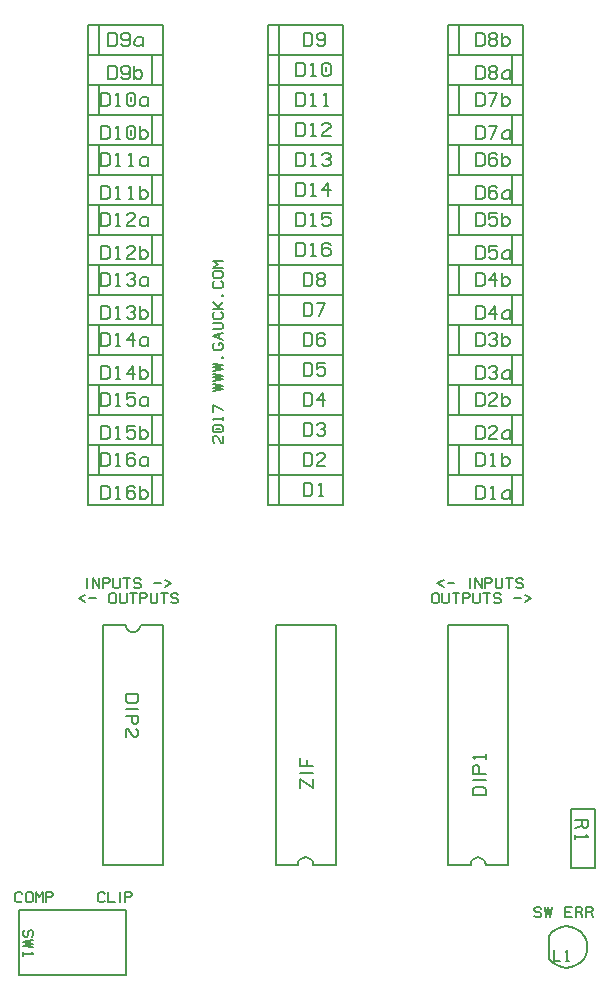
<source format=gto>
%FSTAX24Y24*%
%MOIN*%
%IN ucard16.gto *%
%ADD10C,0.0050*%
%ADD11C,0.0057*%
%ADD12C,0.0071*%
%ADD13C,0.0080*%
D13*X010232Y020105D02*G01X011232D01*Y021105D01*X008732D01*Y020105D01*
X010232D01*X009107Y021105D02*Y020105D01*X015732Y025105D02*X014732D01*
Y024105D01*X017232D01*Y025105D01*X015732D01*X016857Y024105D02*
Y025105D01*X010232Y031105D02*X011232D01*Y032105D01*X008732D01*
Y031105D01*X010232D01*X009107Y032105D02*Y031105D01*X016232Y017105D02*
X017232D01*Y018105D01*X014732D01*Y017105D01*X016232D01*
X015107Y018105D02*Y017105D01*X015732Y023105D02*X014732D01*Y022105D01*
X017232D01*Y023105D01*X015732D01*X016857Y022105D02*Y023105D01*
X015732Y017105D02*X014732D01*Y016105D01*X017232D01*Y017105D01*
X015732D01*X016857Y016105D02*Y017105D01*X003732Y019105D02*X002732D01*
Y018105D01*X005232D01*Y019105D01*X003732D01*X004857Y018105D02*
Y019105D01*X003732Y021105D02*X002732D01*Y020105D01*X005232D01*
Y021105D01*X003732D01*X004857Y020105D02*Y021105D01*D10*
X010232Y004105D02*X010982D01*Y012105D01*X008982D01*Y004105D01*
X009732D01*X009744Y004182D01*X00978Y004252D01*X009835Y004307D01*
X009905Y004343D01*X009982Y004355D01*X010059Y004343D01*
X010129Y004307D01*X010184Y004252D01*X01022Y004182D01*X010232Y004105D01*
D13*X003732Y017105D02*X002732D01*Y016105D01*X005232D01*Y017105D01*
X003732D01*X004857Y016105D02*Y017105D01*X010232Y024105D02*X011232D01*
Y025105D01*X008732D01*Y024105D01*X010232D01*X009107Y025105D02*
Y024105D01*X010232Y021105D02*X011232D01*Y022105D01*X008732D01*
Y021105D01*X010232D01*X009107Y022105D02*Y021105D01*D11*
X003289Y003141D02*X003232Y003198D01*X003118D01*X00306Y003141D01*
Y002912D01*X003118Y002855D01*X003232D01*X003289Y002912D01*
X003403Y003198D02*Y002855D01*X003632D01*X003803D02*Y003198D01*
X003975Y002855D02*Y003198D01*X004146D01*X004203Y003141D01*Y003084D01*
X004146Y003027D01*X003975D01*X014603Y013377D02*X014375Y013491D01*
X014603Y013605D01*X014718Y013491D02*X014946D01*X01546Y013319D02*
Y013662D01*X015632Y013319D02*Y013662D01*X01586Y013319D01*Y013662D01*
X015975Y013319D02*Y013662D01*X016146D01*X016203Y013605D01*Y013548D01*
X016146Y013491D01*X015975D01*X016318Y013662D02*Y013377D01*
X016375Y013319D01*X016489D01*X016546Y013377D01*Y013662D01*
X016775Y013319D02*Y013662D01*X016889D01*X016775D02*X01666D01*
X017232Y013605D02*X017175Y013662D01*X01706D01*X017003Y013605D01*
Y013548D01*X01706Y013491D01*X017175D01*X017232Y013434D01*Y013377D01*
X017175Y013319D01*X01706D01*X017003Y013377D01*X002646Y012877D02*
X002418Y012991D01*X002646Y013105D01*X00276Y012991D02*X002989D01*
X003675Y013105D02*X003618Y013162D01*X003503D01*X003446Y013105D01*
Y012877D01*X003503Y012819D01*X003618D01*X003675Y012877D01*Y013105D01*
X003789Y013162D02*Y012877D01*X003846Y012819D01*X00396D01*
X004018Y012877D01*Y013162D01*X004246Y012819D02*Y013162D01*X00436D01*
X004246D02*X004132D01*X004475Y012819D02*Y013162D01*X004646D01*
X004703Y013105D01*Y013048D01*X004646Y012991D01*X004475D01*
X004818Y013162D02*Y012877D01*X004875Y012819D01*X004989D01*
X005046Y012877D01*Y013162D01*X005275Y012819D02*Y013162D01*X005389D01*
X005275D02*X00516D01*X005732Y013105D02*X005675Y013162D01*X00556D01*
X005503Y013105D01*Y013048D01*X00556Y012991D01*X005675D01*
X005732Y012934D01*Y012877D01*X005675Y012819D01*X00556D01*
X005503Y012877D01*X014425Y013105D02*X014368Y013162D01*X014253D01*
X014196Y013105D01*Y012877D01*X014253Y012819D01*X014368D01*
X014425Y012877D01*Y013105D01*X014539Y013162D02*Y012877D01*
X014596Y012819D01*X01471D01*X014768Y012877D01*Y013162D01*
X014996Y012819D02*Y013162D01*X01511D01*X014996D02*X014882D01*
X015225Y012819D02*Y013162D01*X015396D01*X015453Y013105D01*Y013048D01*
X015396Y012991D01*X015225D01*X015568Y013162D02*Y012877D01*
X015625Y012819D01*X015739D01*X015796Y012877D01*Y013162D01*
X016025Y012819D02*Y013162D01*X016139D01*X016025D02*X01591D01*
X016482Y013105D02*X016425Y013162D01*X01631D01*X016253Y013105D01*
Y013048D01*X01631Y012991D01*X016425D01*X016482Y012934D01*Y012877D01*
X016425Y012819D01*X01631D01*X016253Y012877D01*X016939Y012991D02*
X017168D01*X017282Y012877D02*X01751Y012991D01*X017282Y013105D01*
X00271Y013319D02*Y013662D01*X002882Y013319D02*Y013662D01*
X00311Y013319D01*Y013662D01*X003225Y013319D02*Y013662D01*X003396D01*
X003453Y013605D01*Y013548D01*X003396Y013491D01*X003225D01*
X003568Y013662D02*Y013377D01*X003625Y013319D01*X003739D01*
X003796Y013377D01*Y013662D01*X004025Y013319D02*Y013662D01*X004139D01*
X004025D02*X00391D01*X004482Y013605D02*X004425Y013662D01*X00431D01*
X004253Y013605D01*Y013548D01*X00431Y013491D01*X004425D01*
X004482Y013434D01*Y013377D01*X004425Y013319D01*X00431D01*
X004253Y013377D01*X004939Y013491D02*X005168D01*X005282Y013377D02*
X00551Y013491D01*X005282Y013605D01*X017839Y002641D02*X017782Y002698D01*
X017668D01*X01761Y002641D01*Y002584D01*X017668Y002527D01*X017782D01*
X017839Y002469D01*Y002412D01*X017782Y002355D01*X017668D01*
X01761Y002412D01*X017953Y002698D02*X01801Y002355D01*X018068Y002698D01*
X018125Y002355D01*X018182Y002698D01*X018868D02*X018639D01*Y002527D01*
Y002355D01*X018868D01*X018639Y002527D02*X01881D01*X018982Y002355D02*
Y002698D01*X019153D01*X01921Y002641D01*Y002584D01*X019153Y002527D01*
X01921Y002355D01*X019153Y002527D02*X018982D01*X019325Y002355D02*
Y002698D01*X019496D01*X019553Y002641D01*Y002584D01*X019496Y002527D01*
X019553Y002355D01*X019496Y002527D02*X019325D01*X000539Y003141D02*
X000482Y003198D01*X000368D01*X00031Y003141D01*Y002912D01*
X000368Y002855D01*X000482D01*X000539Y002912D01*X000882Y003141D02*
X000825Y003198D01*X00071D01*X000653Y003141D01*Y002912D01*
X00071Y002855D01*X000825D01*X000882Y002912D01*Y003141D01*
X000996Y002855D02*Y003198D01*X00111Y003027D01*X001225Y003198D01*
Y002855D01*X001339D02*Y003198D01*X00151D01*X001568Y003141D01*
Y003084D01*X00151Y003027D01*X001339D01*X006946Y018177D02*
X006889Y018234D01*Y018348D01*X006946Y018405D01*X007003D01*
X00706Y018348D01*X007175Y018177D01*X007232D01*Y018405D01*
X006946Y018748D02*X006889Y018691D01*Y018577D01*X006946Y018519D01*
X007175D01*X007232Y018577D01*Y018691D01*X007175Y018748D01*X006946D01*
X007003Y018634D02*X007118D01*X006946Y018919D02*X006889Y018977D01*
X007232D01*Y019034D01*Y018977D02*Y018919D01*X006889Y019205D02*
Y019434D01*X007232Y019262D01*X006889Y019891D02*X007232Y019948D01*
X006889Y020005D01*X007232Y020062D01*X006889Y020119D01*Y020234D02*
X007232Y020291D01*X006889Y020348D01*X007232Y020405D01*
X006889Y020462D01*Y020577D02*X007232Y020634D01*X006889Y020691D01*
X007232Y020748D01*X006889Y020805D01*X007232Y021005D02*Y021034D01*
X007203D01*Y021005D01*X007232D01*X006946Y021491D02*X006889Y021434D01*
Y021319D01*X006946Y021262D01*X007175D01*X007232Y021319D01*Y021434D01*
X007175Y021491D01*X007089D01*Y021434D01*X007232Y021605D02*
X006889Y021719D01*X007103Y021791D01*X007232Y021834D01*
X007103Y021791D02*Y021648D01*X006889Y021948D02*X007175D01*
X007232Y022005D01*Y022119D01*X007175Y022177D01*X006889D01*
X006946Y022519D02*X006889Y022462D01*Y022348D01*X006946Y022291D01*
X007175D01*X007232Y022348D01*Y022462D01*X007175Y022519D01*
X006889Y022634D02*X007118D01*X007232D01*X007118D02*X00706Y022691D01*
X007232Y022862D01*X00706Y022691D02*X006889Y022862D01*X007232Y023062D02*
Y023091D01*X007203D01*Y023062D01*X007232D01*X006946Y023548D02*
X006889Y023491D01*Y023377D01*X006946Y023319D01*X007175D01*
X007232Y023377D01*Y023491D01*X007175Y023548D01*X006946Y023891D02*
X006889Y023834D01*Y023719D01*X006946Y023662D01*X007175D01*
X007232Y023719D01*Y023834D01*X007175Y023891D01*X006946D01*
X007232Y024005D02*X006889D01*X00706Y024119D01*X006889Y024234D01*
X007232D01*D10*X01868Y000674D02*X018546Y000687D01*X018416Y000726D01*
X018297Y00079D01*X018193Y000876D01*X018107Y00098D01*Y001746D01*
X018193Y00185D01*X018297Y001936D01*X018416Y001999D01*X018546Y002039D01*
X01868Y002052D01*X018814Y002039D01*X018944Y001999D01*X019063Y001936D01*
X019167Y00185D01*X019253Y001746D01*X019316Y001626D01*X019356Y001497D01*
X019369Y001363D01*X019356Y001228D01*X019316Y001099D01*X019253Y00098D01*
X019167Y000876D01*X019063Y00079D01*X018944Y000726D01*X018814Y000687D01*
X01868Y000674D01*X015982Y004105D02*X016732D01*Y012105D01*X014732D01*
Y004105D01*X015482D01*X015494Y004182D01*X01553Y004252D01*
X015585Y004307D01*X015655Y004343D01*X015732Y004355D01*
X015809Y004343D01*X015879Y004307D01*X015934Y004252D01*X01597Y004182D01*
X015982Y004105D01*X003982Y012105D02*X003232D01*Y004105D01*X005232D01*
Y012105D01*X004482D01*X00447Y012028D01*X004434Y011958D01*
X004379Y011903D01*X004309Y011867D01*X004232Y011855D01*
X004155Y011867D01*X004085Y011903D01*X00403Y011958D01*X003994Y012028D01*
X003982Y012105D01*D13*X015732Y029105D02*X014732D01*Y028105D01*
X017232D01*Y029105D01*X015732D01*X016857Y028105D02*Y029105D01*
X010232Y022105D02*X011232D01*Y023105D01*X008732D01*Y022105D01*
X010232D01*X009107Y023105D02*Y022105D01*X004232Y023105D02*X005232D01*
Y024105D01*X002732D01*Y023105D01*X004232D01*X003107Y024105D02*
Y023105D01*X010232Y029105D02*X011232D01*Y030105D01*X008732D01*
Y029105D01*X010232D01*X009107Y030105D02*Y029105D01*X004232Y027105D02*
X005232D01*Y028105D01*X002732D01*Y027105D01*X004232D01*
X003107Y028105D02*Y027105D01*X003732D02*X002732D01*Y026105D01*
X005232D01*Y027105D01*X003732D01*X004857Y026105D02*Y027105D01*D10*
X019622Y005062D02*X019626Y005961D01*X018842D01*Y003989D01*X019622D01*
Y005062D01*D13*X016232Y031105D02*X017232D01*Y032105D01*X014732D01*
Y031105D01*X016232D01*X015107Y032105D02*Y031105D01*X015732Y027105D02*
X014732D01*Y026105D01*X017232D01*Y027105D01*X015732D01*
X016857Y026105D02*Y027105D01*X004232Y031105D02*X005232D01*Y032105D01*
X002732D01*Y031105D01*X004232D01*X003107Y032105D02*Y031105D01*
X016232Y019105D02*X017232D01*Y020105D01*X014732D01*Y019105D01*
X016232D01*X015107Y020105D02*Y019105D01*X010232Y027105D02*X011232D01*
Y028105D01*X008732D01*Y027105D01*X010232D01*X009107Y028105D02*
Y027105D01*X015732Y019105D02*X014732D01*Y018105D01*X017232D01*
Y019105D01*X015732D01*X016857Y018105D02*Y019105D01*X010232Y025105D02*
X011232D01*Y026105D01*X008732D01*Y025105D01*X010232D01*
X009107Y026105D02*Y025105D01*X016232Y023105D02*X017232D01*Y024105D01*
X014732D01*Y023105D01*X016232D01*X015107Y024105D02*Y023105D01*
X010232Y019105D02*X011232D01*Y020105D01*X008732D01*Y019105D01*
X010232D01*X009107Y020105D02*Y019105D01*X004232Y017105D02*X005232D01*
Y018105D01*X002732D01*Y017105D01*X004232D01*X003107Y018105D02*
Y017105D01*X004232Y019105D02*X005232D01*Y020105D01*X002732D01*
Y019105D01*X004232D01*X003107Y020105D02*Y019105D01*X016232Y027105D02*
X017232D01*Y028105D01*X014732D01*Y027105D01*X016232D01*
X015107Y028105D02*Y027105D01*X003732Y023105D02*X002732D01*Y022105D01*
X005232D01*Y023105D01*X003732D01*X004857Y022105D02*Y023105D01*
X016232Y021105D02*X017232D01*Y022105D01*X014732D01*Y021105D01*
X016232D01*X015107Y022105D02*Y021105D01*X015732D02*X014732D01*
Y020105D01*X017232D01*Y021105D01*X015732D01*X016857Y020105D02*
Y021105D01*X003732Y029105D02*X002732D01*Y028105D01*X005232D01*
Y029105D01*X003732D01*X004857Y028105D02*Y029105D01*X015732Y031105D02*
X014732D01*Y030105D01*X017232D01*Y031105D01*X015732D01*
X016857Y030105D02*Y031105D01*X010232Y030105D02*X011232D01*Y031105D01*
X008732D01*Y030105D01*X010232D01*X009107Y031105D02*Y030105D01*
X010232Y028105D02*X011232D01*Y029105D01*X008732D01*Y028105D01*
X010232D01*X009107Y029105D02*Y028105D01*X010232Y023105D02*X011232D01*
Y024105D01*X008732D01*Y023105D01*X010232D01*X009107Y024105D02*
Y023105D01*X010232Y016105D02*X011232D01*Y017105D01*X008732D01*
Y016105D01*X010232D01*X009107Y017105D02*Y016105D01*X003732Y025105D02*
X002732D01*Y024105D01*X005232D01*Y025105D01*X003732D01*
X004857Y024105D02*Y025105D01*X016232Y029105D02*X017232D01*Y030105D01*
X014732D01*Y029105D01*X016232D01*X015107Y030105D02*Y029105D01*
X016232Y025105D02*X017232D01*Y026105D01*X014732D01*Y025105D01*
X016232D01*X015107Y026105D02*Y025105D01*X003732Y031105D02*X002732D01*
Y030105D01*X005232D01*Y031105D01*X003732D01*X004857Y030105D02*
Y031105D01*X010232Y017105D02*X011232D01*Y018105D01*X008732D01*
Y017105D01*X010232D01*X009107Y018105D02*Y017105D01*X004232Y029105D02*
X005232D01*Y030105D01*X002732D01*Y029105D01*X004232D01*
X003107Y030105D02*Y029105D01*X004232Y021105D02*X005232D01*Y022105D01*
X002732D01*Y021105D01*X004232D01*X003107Y022105D02*Y021105D01*
X010232Y018105D02*X011232D01*Y019105D01*X008732D01*Y018105D01*
X010232D01*X009107Y019105D02*Y018105D01*D10*X002216Y002581D02*
X000444D01*Y000416D01*X003988D01*Y002581D01*X002216D01*D13*
X004232Y025105D02*X005232D01*Y026105D01*X002732D01*Y025105D01*
X004232D01*X003107Y026105D02*Y025105D01*X010232Y026105D02*X011232D01*
Y027105D01*X008732D01*Y026105D01*X010232D01*X009107Y027105D02*
Y026105D01*D12*X010211Y020766D02*X01014Y020837D01*X009926D01*
Y020409D01*X01014D01*X010211Y02048D01*Y020766D01*X01064Y020837D02*
X010354D01*Y020623D01*X010426Y020694D01*X010569D01*X01064Y020623D01*
Y02048D01*X010569Y020409D01*X010426D01*X010354Y02048D01*
X015949Y024659D02*X015878Y02473D01*X015663D01*Y024301D01*X015878D01*
X015949Y024373D01*Y024659D01*X016378Y02473D02*X016092D01*Y024516D01*
X016163Y024587D01*X016306D01*X016378Y024516D01*Y024373D01*
X016306Y024301D01*X016163D01*X016092Y024373D01*X016806Y024301D02*
Y024587D01*X01652Y024394D02*X016545Y024484D01*X016585Y024544D01*
X016635Y024576D01*X01667Y024587D01*X016699D01*X016749D01*
X016806Y024559D01*X01652Y024391D02*Y024369D01*X016524Y024355D01*
X016535Y024337D01*X01656Y024323D01*X01661Y024301D01*X016688D01*
X016763Y024334D01*X016806Y024373D01*X010211Y031766D02*X01014Y031837D01*
X009926D01*Y031409D01*X01014D01*X010211Y03148D01*Y031766D01*
X010354Y03148D02*X010426Y031409D01*X010569D01*X01064Y03148D01*
Y031766D01*X010569Y031837D01*X010426D01*X010354Y031766D01*Y031659D01*
X010426Y031587D01*X010569D01*X01064Y031659D01*X015949Y017766D02*
X015878Y017837D01*X015663D01*Y017409D01*X015878D01*X015949Y01748D01*
Y017766D01*X016163D02*X016235Y017837D01*Y017409D01*X016306D01*
X016235D02*X016163D01*X01652Y017837D02*Y017409D01*Y017498D02*
X01661Y017409D01*X016699D01*X016788Y017498D01*Y017605D01*
X016699Y017694D01*X01661D01*X01652Y017623D01*X015949Y022659D02*
X015878Y02273D01*X015663D01*Y022301D01*X015878D01*X015949Y022373D01*
Y022659D01*X016306Y022301D02*Y02273D01*X016092Y02248D01*X016378D01*
X016806Y022301D02*Y022587D01*X01652Y022394D02*X016545Y022484D01*
X016585Y022544D01*X016635Y022576D01*X01667Y022587D01*X016699D01*
X016749D01*X016806Y022559D01*X01652Y022391D02*Y022369D01*
X016524Y022355D01*X016535Y022337D01*X01656Y022323D01*X01661Y022301D01*
X016688D01*X016763Y022334D01*X016806Y022373D01*X015949Y016659D02*
X015878Y01673D01*X015663D01*Y016301D01*X015878D01*X015949Y016373D01*
Y016659D01*X016163D02*X016235Y01673D01*Y016301D01*X016306D01*
X016235D02*X016163D01*X016806D02*Y016587D01*X01652Y016394D02*
X016545Y016484D01*X016585Y016544D01*X016635Y016576D01*X01667Y016587D01*
X016699D01*X016749D01*X016806Y016559D01*X01652Y016391D02*Y016369D01*
X016524Y016355D01*X016535Y016337D01*X01656Y016323D01*X01661Y016301D01*
X016688D01*X016763Y016334D01*X016806Y016373D01*X003449Y018659D02*
X003378Y01873D01*X003163D01*Y018301D01*X003378D01*X003449Y018373D01*
Y018659D01*X003663D02*X003735Y01873D01*Y018301D01*X003806D01*
X003735D02*X003663D01*X004306Y01873D02*X00402D01*Y018516D01*
X004092Y018587D01*X004235D01*X004306Y018516D01*Y018373D01*
X004235Y018301D01*X004092D01*X00402Y018373D01*X004449Y01873D02*
Y018301D01*Y018391D02*X004538Y018301D01*X004628D01*X004717Y018391D01*
Y018498D01*X004628Y018587D01*X004538D01*X004449Y018516D01*
X003449Y020659D02*X003378Y02073D01*X003163D01*Y020301D01*X003378D01*
X003449Y020373D01*Y020659D01*X003663D02*X003735Y02073D01*Y020301D01*
X003806D01*X003735D02*X003663D01*X004235D02*Y02073D01*X00402Y02048D01*
X004306D01*X004449Y02073D02*Y020301D01*Y020391D02*X004538Y020301D01*
X004628D01*X004717Y020391D01*Y020498D01*X004628Y020587D01*X004538D01*
X004449Y020516D01*X009803Y006677D02*Y006962D01*X010232Y006677D01*
Y006962D01*Y007177D02*X009803D01*Y007677D02*Y007391D01*X010018D01*
X010232D01*X010018D02*Y007605D01*X003449Y016659D02*X003378Y01673D01*
X003163D01*Y016301D01*X003378D01*X003449Y016373D01*Y016659D01*
X003663D02*X003735Y01673D01*Y016301D01*X003806D01*X003735D02*
X003663D01*X004306Y016659D02*X004235Y01673D01*X004092D01*
X00402Y016659D01*Y016373D01*X004092Y016301D01*X004235D01*
X004306Y016373D01*Y01648D01*X004235Y016551D01*X004092D01*
X00402Y01648D01*X004449Y01673D02*Y016301D01*Y016391D02*
X004538Y016301D01*X004628D01*X004717Y016391D01*Y016498D01*
X004628Y016587D01*X004538D01*X004449Y016516D01*X009961Y024766D02*
X00989Y024837D01*X009676D01*Y024409D01*X00989D01*X009961Y02448D01*
Y024766D01*X010176D02*X010247Y024837D01*Y024409D01*X010319D01*
X010247D02*X010176D01*X010819Y024766D02*X010747Y024837D01*X010604D01*
X010533Y024766D01*Y02448D01*X010604Y024409D01*X010747D01*
X010819Y02448D01*Y024587D01*X010747Y024659D01*X010604D01*
X010533Y024587D01*X010211Y021766D02*X01014Y021837D01*X009926D01*
Y021409D01*X01014D01*X010211Y02148D01*Y021766D01*X01064D02*
X010569Y021837D01*X010426D01*X010354Y021766D01*Y02148D01*
X010426Y021409D01*X010569D01*X01064Y02148D01*Y021587D01*
X010569Y021659D01*X010426D01*X010354Y021587D01*D11*X018248Y001254D02*
Y000911D01*X018477D01*X018648Y001197D02*X018705Y001254D01*Y000911D01*
X018763D01*X018705D02*X018648D01*D12*X015625Y006712D02*
X015553Y006641D01*Y006427D01*X015982D01*Y006641D01*X01591Y006712D01*
X015625D01*X015982Y006927D02*X015553D01*X015982Y007141D02*X015553D01*
Y007355D01*X015625Y007427D01*X015696D01*X015768Y007355D01*Y007141D01*
X015625Y007641D02*X015553Y007712D01*X015982D01*Y007784D01*Y007712D02*
Y007641D01*X004339Y009498D02*X00441Y009569D01*Y009784D01*X003982D01*
Y009569D01*X004053Y009498D01*X004339D01*X003982Y009284D02*X00441D01*
X003982Y009069D02*X00441D01*Y008855D01*X004339Y008784D01*X004268D01*
X004196Y008855D01*Y009069D01*X004339Y008641D02*X00441Y008569D01*
Y008427D01*X004339Y008355D01*X004268D01*X004196Y008427D01*
X004053Y008641D01*X003982D01*Y008355D01*X015949Y028659D02*
X015878Y02873D01*X015663D01*Y028301D01*X015878D01*X015949Y028373D01*
Y028659D01*X016092Y02873D02*X016378D01*X016163Y028301D01*X016806D02*
Y028587D01*X01652Y028394D02*X016545Y028484D01*X016585Y028544D01*
X016635Y028576D01*X01667Y028587D01*X016699D01*X016749D01*
X016806Y028559D01*X01652Y028391D02*Y028369D01*X016524Y028355D01*
X016535Y028337D01*X01656Y028323D01*X01661Y028301D01*X016688D01*
X016763Y028334D01*X016806Y028373D01*X010211Y022766D02*X01014Y022837D01*
X009926D01*Y022409D01*X01014D01*X010211Y02248D01*Y022766D01*
X010354Y022837D02*X01064D01*X010426Y022409D01*X003449Y023766D02*
X003378Y023837D01*X003163D01*Y023409D01*X003378D01*X003449Y02348D01*
Y023766D01*X003663D02*X003735Y023837D01*Y023409D01*X003806D01*
X003735D02*X003663D01*X00402Y023766D02*X004092Y023837D01*X004235D01*
X004306Y023766D01*Y023694D01*X004235Y023623D01*X004306Y023552D01*
Y02348D01*X004235Y023409D01*X004092D01*X00402Y02348D01*
X004235Y023623D02*X004163D01*X004735Y023409D02*Y023694D01*
X004449Y023502D02*X004474Y023591D01*X004513Y023652D01*
X004563Y023684D01*X004599Y023694D01*X004628D01*X004678D01*
X004735Y023666D01*X004449Y023498D02*Y023477D01*X004453Y023462D01*
X004463Y023444D01*X004488Y02343D01*X004538Y023409D01*X004617D01*
X004692Y023441D01*X004735Y02348D01*X009961Y029766D02*X00989Y029837D01*
X009676D01*Y029409D01*X00989D01*X009961Y02948D01*Y029766D01*X010176D02*
X010247Y029837D01*Y029409D01*X010319D01*X010247D02*X010176D01*
X010604Y029766D02*X010676Y029837D01*Y029409D01*X010747D01*X010676D02*
X010604D01*X003449Y027766D02*X003378Y027837D01*X003163D01*Y027409D01*
X003378D01*X003449Y02748D01*Y027766D01*X003663D02*X003735Y027837D01*
Y027409D01*X003806D01*X003735D02*X003663D01*X004092Y027766D02*
X004163Y027837D01*Y027409D01*X004235D01*X004163D02*X004092D01*
X004735D02*Y027694D01*X004449Y027502D02*X004474Y027591D01*
X004513Y027652D01*X004563Y027684D01*X004599Y027694D01*X004628D01*
X004678D01*X004735Y027666D01*X004449Y027498D02*Y027477D01*
X004453Y027462D01*X004463Y027444D01*X004488Y02743D01*X004538Y027409D01*
X004617D01*X004692Y027441D01*X004735Y02748D01*X003449Y026659D02*
X003378Y02673D01*X003163D01*Y026301D01*X003378D01*X003449Y026373D01*
Y026659D01*X003663D02*X003735Y02673D01*Y026301D01*X003806D01*
X003735D02*X003663D01*X004092Y026659D02*X004163Y02673D01*Y026301D01*
X004235D01*X004163D02*X004092D01*X004449Y02673D02*Y026301D01*
Y026391D02*X004538Y026301D01*X004628D01*X004717Y026391D01*Y026498D01*
X004628Y026587D01*X004538D01*X004449Y026516D01*X018975Y00561D02*
X019403D01*Y005396D01*X019332Y005325D01*X019261D01*X019189Y005396D01*
X018975Y005325D01*X019189Y005396D02*Y00561D01*X019332Y00511D02*
X019403Y005039D01*X018975D01*Y004968D01*Y005039D02*Y00511D01*
X015949Y031766D02*X015878Y031837D01*X015663D01*Y031409D01*X015878D01*
X015949Y03148D01*Y031766D01*X016306Y031623D02*X016378Y031694D01*
Y031766D01*X016306Y031837D01*X016163D01*X016092Y031766D01*Y031694D01*
X016163Y031623D01*X016306D01*X016378Y031552D01*Y03148D01*
X016306Y031409D01*X016163D01*X016092Y03148D01*Y031552D01*
X016163Y031623D01*X01652Y031837D02*Y031409D01*Y031498D02*
X01661Y031409D01*X016699D01*X016788Y031498D01*Y031605D01*
X016699Y031694D01*X01661D01*X01652Y031623D01*X015949Y026659D02*
X015878Y02673D01*X015663D01*Y026301D01*X015878D01*X015949Y026373D01*
Y026659D01*X016378D02*X016306Y02673D01*X016163D01*X016092Y026659D01*
Y026373D01*X016163Y026301D01*X016306D01*X016378Y026373D01*Y02648D01*
X016306Y026551D01*X016163D01*X016092Y02648D01*X016806Y026301D02*
Y026587D01*X01652Y026394D02*X016545Y026484D01*X016585Y026544D01*
X016635Y026576D01*X01667Y026587D01*X016699D01*X016749D01*
X016806Y026559D01*X01652Y026391D02*Y026369D01*X016524Y026355D01*
X016535Y026337D01*X01656Y026323D01*X01661Y026301D01*X016688D01*
X016763Y026334D01*X016806Y026373D01*X003699Y031766D02*
X003628Y031837D01*X003413D01*Y031409D01*X003628D01*X003699Y03148D01*
Y031766D01*X003842Y03148D02*X003913Y031409D01*X004056D01*
X004128Y03148D01*Y031766D01*X004056Y031837D01*X003913D01*
X003842Y031766D01*Y031659D01*X003913Y031587D01*X004056D01*
X004128Y031659D01*X004556Y031409D02*Y031694D01*X00427Y031502D02*
X004295Y031591D01*X004335Y031652D01*X004385Y031684D01*X00442Y031694D01*
X004449D01*X004499D01*X004556Y031666D01*X00427Y031498D02*Y031477D01*
X004274Y031462D01*X004285Y031444D01*X00431Y03143D01*X00436Y031409D01*
X004438D01*X004513Y031441D01*X004556Y03148D01*X015949Y019766D02*
X015878Y019837D01*X015663D01*Y019409D01*X015878D01*X015949Y01948D01*
Y019766D01*X016092D02*X016163Y019837D01*X016306D01*X016378Y019766D01*
Y019694D01*X016306Y019623D01*X016092Y01948D01*Y019409D01*X016378D01*
X01652Y019837D02*Y019409D01*Y019498D02*X01661Y019409D01*X016699D01*
X016788Y019498D01*Y019605D01*X016699Y019694D01*X01661D01*
X01652Y019623D01*X009961Y027766D02*X00989Y027837D01*X009676D01*
Y027409D01*X00989D01*X009961Y02748D01*Y027766D01*X010176D02*
X010247Y027837D01*Y027409D01*X010319D01*X010247D02*X010176D01*
X010533Y027766D02*X010604Y027837D01*X010747D01*X010819Y027766D01*
Y027694D01*X010747Y027623D01*X010819Y027552D01*Y02748D01*
X010747Y027409D01*X010604D01*X010533Y02748D01*X010747Y027623D02*
X010676D01*X015949Y018659D02*X015878Y01873D01*X015663D01*Y018301D01*
X015878D01*X015949Y018373D01*Y018659D01*X016092D02*X016163Y01873D01*
X016306D01*X016378Y018659D01*Y018587D01*X016306Y018516D01*
X016092Y018373D01*Y018301D01*X016378D01*X016806D02*Y018587D01*
X01652Y018394D02*X016545Y018484D01*X016585Y018544D01*X016635Y018576D01*
X01667Y018587D01*X016699D01*X016749D01*X016806Y018559D01*
X01652Y018391D02*Y018369D01*X016524Y018355D01*X016535Y018337D01*
X01656Y018323D01*X01661Y018301D01*X016688D01*X016763Y018334D01*
X016806Y018373D01*X009961Y025766D02*X00989Y025837D01*X009676D01*
Y025409D01*X00989D01*X009961Y02548D01*Y025766D01*X010176D02*
X010247Y025837D01*Y025409D01*X010319D01*X010247D02*X010176D01*
X010819Y025837D02*X010533D01*Y025623D01*X010604Y025694D01*X010747D01*
X010819Y025623D01*Y02548D01*X010747Y025409D01*X010604D01*
X010533Y02548D01*X015949Y023766D02*X015878Y023837D01*X015663D01*
Y023409D01*X015878D01*X015949Y02348D01*Y023766D01*X016306Y023409D02*
Y023837D01*X016092Y023587D01*X016378D01*X01652Y023837D02*Y023409D01*
Y023498D02*X01661Y023409D01*X016699D01*X016788Y023498D01*Y023605D01*
X016699Y023694D01*X01661D01*X01652Y023623D01*X010211Y019766D02*
X01014Y019837D01*X009926D01*Y019409D01*X01014D01*X010211Y01948D01*
Y019766D01*X010569Y019409D02*Y019837D01*X010354Y019587D01*X01064D01*
X003449Y017766D02*X003378Y017837D01*X003163D01*Y017409D01*X003378D01*
X003449Y01748D01*Y017766D01*X003663D02*X003735Y017837D01*Y017409D01*
X003806D01*X003735D02*X003663D01*X004306Y017766D02*X004235Y017837D01*
X004092D01*X00402Y017766D01*Y01748D01*X004092Y017409D01*X004235D01*
X004306Y01748D01*Y017587D01*X004235Y017659D01*X004092D01*
X00402Y017587D01*X004735Y017409D02*Y017694D01*X004449Y017502D02*
X004474Y017591D01*X004513Y017652D01*X004563Y017684D01*
X004599Y017694D01*X004628D01*X004678D01*X004735Y017666D01*
X004449Y017498D02*Y017477D01*X004453Y017462D01*X004463Y017444D01*
X004488Y01743D01*X004538Y017409D01*X004617D01*X004692Y017441D01*
X004735Y01748D01*X003449Y019766D02*X003378Y019837D01*X003163D01*
Y019409D01*X003378D01*X003449Y01948D01*Y019766D01*X003663D02*
X003735Y019837D01*Y019409D01*X003806D01*X003735D02*X003663D01*
X004306Y019837D02*X00402D01*Y019623D01*X004092Y019694D01*X004235D01*
X004306Y019623D01*Y01948D01*X004235Y019409D01*X004092D01*
X00402Y01948D01*X004735Y019409D02*Y019694D01*X004449Y019502D02*
X004474Y019591D01*X004513Y019652D01*X004563Y019684D01*
X004599Y019694D01*X004628D01*X004678D01*X004735Y019666D01*
X004449Y019498D02*Y019477D01*X004453Y019462D01*X004463Y019444D01*
X004488Y01943D01*X004538Y019409D01*X004617D01*X004692Y019441D01*
X004735Y01948D01*X015949Y027766D02*X015878Y027837D01*X015663D01*
Y027409D01*X015878D01*X015949Y02748D01*Y027766D01*X016378D02*
X016306Y027837D01*X016163D01*X016092Y027766D01*Y02748D01*
X016163Y027409D01*X016306D01*X016378Y02748D01*Y027587D01*
X016306Y027659D01*X016163D01*X016092Y027587D01*X01652Y027837D02*
Y027409D01*Y027498D02*X01661Y027409D01*X016699D01*X016788Y027498D01*
Y027605D01*X016699Y027694D01*X01661D01*X01652Y027623D01*
X003449Y022659D02*X003378Y02273D01*X003163D01*Y022301D01*X003378D01*
X003449Y022373D01*Y022659D01*X003663D02*X003735Y02273D01*Y022301D01*
X003806D01*X003735D02*X003663D01*X00402Y022659D02*X004092Y02273D01*
X004235D01*X004306Y022659D01*Y022587D01*X004235Y022516D01*
X004306Y022444D01*Y022373D01*X004235Y022301D01*X004092D01*
X00402Y022373D01*X004235Y022516D02*X004163D01*X004449Y02273D02*
Y022301D01*Y022391D02*X004538Y022301D01*X004628D01*X004717Y022391D01*
Y022498D01*X004628Y022587D01*X004538D01*X004449Y022516D01*
X015949Y021766D02*X015878Y021837D01*X015663D01*Y021409D01*X015878D01*
X015949Y02148D01*Y021766D01*X016092D02*X016163Y021837D01*X016306D01*
X016378Y021766D01*Y021694D01*X016306Y021623D01*X016378Y021552D01*
Y02148D01*X016306Y021409D01*X016163D01*X016092Y02148D01*
X016306Y021623D02*X016235D01*X01652Y021837D02*Y021409D01*Y021498D02*
X01661Y021409D01*X016699D01*X016788Y021498D01*Y021605D01*
X016699Y021694D01*X01661D01*X01652Y021623D01*X015949Y020659D02*
X015878Y02073D01*X015663D01*Y020301D01*X015878D01*X015949Y020373D01*
Y020659D01*X016092D02*X016163Y02073D01*X016306D01*X016378Y020659D01*
Y020587D01*X016306Y020516D01*X016378Y020444D01*Y020373D01*
X016306Y020301D01*X016163D01*X016092Y020373D01*X016306Y020516D02*
X016235D01*X016806Y020301D02*Y020587D01*X01652Y020394D02*
X016545Y020484D01*X016585Y020544D01*X016635Y020576D01*X01667Y020587D01*
X016699D01*X016749D01*X016806Y020559D01*X01652Y020391D02*Y020369D01*
X016524Y020355D01*X016535Y020337D01*X01656Y020323D01*X01661Y020301D01*
X016688D01*X016763Y020334D01*X016806Y020373D01*X003449Y028659D02*
X003378Y02873D01*X003163D01*Y028301D01*X003378D01*X003449Y028373D01*
Y028659D01*X003663D02*X003735Y02873D01*Y028301D01*X003806D01*
X003735D02*X003663D01*X004306Y028659D02*X004235Y02873D01*X004092D01*
X00402Y028659D01*Y028373D01*X004092Y028301D01*X004235D01*
X004306Y028373D01*Y028659D01*X004163Y028587D02*Y028444D01*
X004449Y02873D02*Y028301D01*Y028391D02*X004538Y028301D01*X004628D01*
X004717Y028391D01*Y028498D01*X004628Y028587D01*X004538D01*
X004449Y028516D01*X015949Y030659D02*X015878Y03073D01*X015663D01*
Y030301D01*X015878D01*X015949Y030373D01*Y030659D01*X016306Y030516D02*
X016378Y030587D01*Y030659D01*X016306Y03073D01*X016163D01*
X016092Y030659D01*Y030587D01*X016163Y030516D01*X016306D01*
X016378Y030444D01*Y030373D01*X016306Y030301D01*X016163D01*
X016092Y030373D01*Y030444D01*X016163Y030516D01*X016806Y030301D02*
Y030587D01*X01652Y030394D02*X016545Y030484D01*X016585Y030544D01*
X016635Y030576D01*X01667Y030587D01*X016699D01*X016749D01*
X016806Y030559D01*X01652Y030391D02*Y030369D01*X016524Y030355D01*
X016535Y030337D01*X01656Y030323D01*X01661Y030301D01*X016688D01*
X016763Y030334D01*X016806Y030373D01*X009961Y030766D02*X00989Y030837D01*
X009676D01*Y030409D01*X00989D01*X009961Y03048D01*Y030766D01*X010176D02*
X010247Y030837D01*Y030409D01*X010319D01*X010247D02*X010176D01*
X010819Y030766D02*X010747Y030837D01*X010604D01*X010533Y030766D01*
Y03048D01*X010604Y030409D01*X010747D01*X010819Y03048D01*Y030766D01*
X010676Y030694D02*Y030552D01*X009961Y028766D02*X00989Y028837D01*
X009676D01*Y028409D01*X00989D01*X009961Y02848D01*Y028766D01*X010176D02*
X010247Y028837D01*Y028409D01*X010319D01*X010247D02*X010176D01*
X010533Y028766D02*X010604Y028837D01*X010747D01*X010819Y028766D01*
Y028694D01*X010747Y028623D01*X010533Y02848D01*Y028409D01*X010819D01*
X010211Y023766D02*X01014Y023837D01*X009926D01*Y023409D01*X01014D01*
X010211Y02348D01*Y023766D01*X010569Y023623D02*X01064Y023694D01*
Y023766D01*X010569Y023837D01*X010426D01*X010354Y023766D01*Y023694D01*
X010426Y023623D01*X010569D01*X01064Y023552D01*Y02348D01*
X010569Y023409D01*X010426D01*X010354Y02348D01*Y023552D01*
X010426Y023623D01*X010211Y016766D02*X01014Y016837D01*X009926D01*
Y016409D01*X01014D01*X010211Y01648D01*Y016766D01*X010426D02*
X010497Y016837D01*Y016409D01*X010569D01*X010497D02*X010426D01*
X003449Y024659D02*X003378Y02473D01*X003163D01*Y024301D01*X003378D01*
X003449Y024373D01*Y024659D01*X003663D02*X003735Y02473D01*Y024301D01*
X003806D01*X003735D02*X003663D01*X00402Y024659D02*X004092Y02473D01*
X004235D01*X004306Y024659D01*Y024587D01*X004235Y024516D01*
X00402Y024373D01*Y024301D01*X004306D01*X004449Y02473D02*Y024301D01*
Y024391D02*X004538Y024301D01*X004628D01*X004717Y024391D01*Y024498D01*
X004628Y024587D01*X004538D01*X004449Y024516D01*X015949Y029766D02*
X015878Y029837D01*X015663D01*Y029409D01*X015878D01*X015949Y02948D01*
Y029766D01*X016092Y029837D02*X016378D01*X016163Y029409D01*
X01652Y029837D02*Y029409D01*Y029498D02*X01661Y029409D01*X016699D01*
X016788Y029498D01*Y029605D01*X016699Y029694D01*X01661D01*
X01652Y029623D01*X015949Y025766D02*X015878Y025837D01*X015663D01*
Y025409D01*X015878D01*X015949Y02548D01*Y025766D01*X016378Y025837D02*
X016092D01*Y025623D01*X016163Y025694D01*X016306D01*X016378Y025623D01*
Y02548D01*X016306Y025409D01*X016163D01*X016092Y02548D01*
X01652Y025837D02*Y025409D01*Y025498D02*X01661Y025409D01*X016699D01*
X016788Y025498D01*Y025605D01*X016699Y025694D01*X01661D01*
X01652Y025623D01*X003699Y030659D02*X003628Y03073D01*X003413D01*
Y030301D01*X003628D01*X003699Y030373D01*Y030659D01*X003842Y030373D02*
X003913Y030301D01*X004056D01*X004128Y030373D01*Y030659D01*
X004056Y03073D01*X003913D01*X003842Y030659D01*Y030551D01*
X003913Y03048D01*X004056D01*X004128Y030551D01*X00427Y03073D02*
Y030301D01*Y030391D02*X00436Y030301D01*X004449D01*X004538Y030391D01*
Y030498D01*X004449Y030587D01*X00436D01*X00427Y030516D01*
X010211Y017766D02*X01014Y017837D01*X009926D01*Y017409D01*X01014D01*
X010211Y01748D01*Y017766D01*X010354D02*X010426Y017837D01*X010569D01*
X01064Y017766D01*Y017694D01*X010569Y017623D01*X010354Y01748D01*
Y017409D01*X01064D01*X003449Y029766D02*X003378Y029837D01*X003163D01*
Y029409D01*X003378D01*X003449Y02948D01*Y029766D01*X003663D02*
X003735Y029837D01*Y029409D01*X003806D01*X003735D02*X003663D01*
X004306Y029766D02*X004235Y029837D01*X004092D01*X00402Y029766D01*
Y02948D01*X004092Y029409D01*X004235D01*X004306Y02948D01*Y029766D01*
X004163Y029694D02*Y029552D01*X004735Y029409D02*Y029694D01*
X004449Y029502D02*X004474Y029591D01*X004513Y029652D01*
X004563Y029684D01*X004599Y029694D01*X004628D01*X004678D01*
X004735Y029666D01*X004449Y029498D02*Y029477D01*X004453Y029462D01*
X004463Y029444D01*X004488Y02943D01*X004538Y029409D01*X004617D01*
X004692Y029441D01*X004735Y02948D01*X003449Y021766D02*X003378Y021837D01*
X003163D01*Y021409D01*X003378D01*X003449Y02148D01*Y021766D01*
X003663D02*X003735Y021837D01*Y021409D01*X003806D01*X003735D02*
X003663D01*X004235D02*Y021837D01*X00402Y021587D01*X004306D01*
X004735Y021409D02*Y021694D01*X004449Y021502D02*X004474Y021591D01*
X004513Y021652D01*X004563Y021684D01*X004599Y021694D01*X004628D01*
X004678D01*X004735Y021666D01*X004449Y021498D02*Y021477D01*
X004453Y021462D01*X004463Y021444D01*X004488Y02143D01*X004538Y021409D01*
X004617D01*X004692Y021441D01*X004735Y02148D01*X010211Y018766D02*
X01014Y018837D01*X009926D01*Y018409D01*X01014D01*X010211Y01848D01*
Y018766D01*X010354D02*X010426Y018837D01*X010569D01*X01064Y018766D01*
Y018694D01*X010569Y018623D01*X01064Y018552D01*Y01848D01*
X010569Y018409D01*X010426D01*X010354Y01848D01*X010569Y018623D02*
X010497D01*D11*X000855Y001696D02*X000912Y001753D01*Y001867D01*
X000855Y001924D01*X000798D01*X000741Y001867D01*Y001753D01*
X000684Y001696D01*X000627D01*X000569Y001753D01*Y001867D01*
X000627Y001924D01*X000912Y001581D02*X000569Y001524D01*
X000912Y001467D01*X000569Y00141D01*X000912Y001353D01*X000855Y001181D02*
X000912Y001124D01*X000569D01*Y001067D01*Y001124D02*Y001181D01*D12*
X003449Y025766D02*X003378Y025837D01*X003163D01*Y025409D01*X003378D01*
X003449Y02548D01*Y025766D01*X003663D02*X003735Y025837D01*Y025409D01*
X003806D01*X003735D02*X003663D01*X00402Y025766D02*X004092Y025837D01*
X004235D01*X004306Y025766D01*Y025694D01*X004235Y025623D01*
X00402Y02548D01*Y025409D01*X004306D01*X004735D02*Y025694D01*
X004449Y025502D02*X004474Y025591D01*X004513Y025652D01*
X004563Y025684D01*X004599Y025694D01*X004628D01*X004678D01*
X004735Y025666D01*X004449Y025498D02*Y025477D01*X004453Y025462D01*
X004463Y025444D01*X004488Y02543D01*X004538Y025409D01*X004617D01*
X004692Y025441D01*X004735Y02548D01*X009961Y026766D02*X00989Y026837D01*
X009676D01*Y026409D01*X00989D01*X009961Y02648D01*Y026766D01*X010176D02*
X010247Y026837D01*Y026409D01*X010319D01*X010247D02*X010176D01*
X010747D02*Y026837D01*X010533Y026587D01*X010819D01*
M02*
</source>
